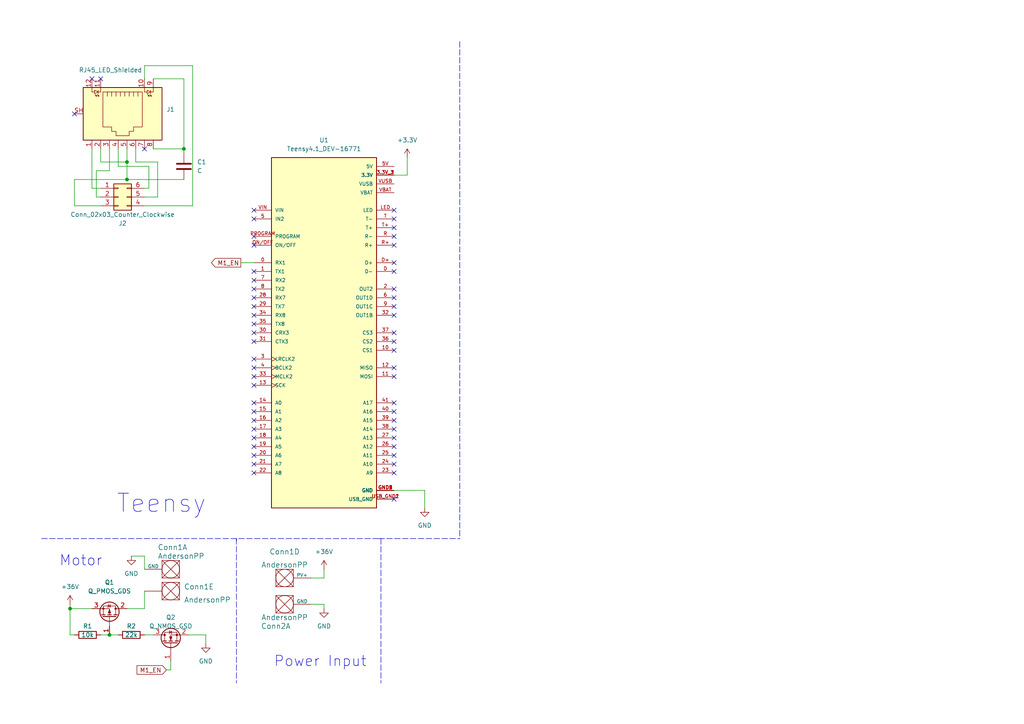
<source format=kicad_sch>
(kicad_sch (version 20211123) (generator eeschema)
  (paper "A4")
  (lib_symbols
    (symbol "Connector:RJ45_LED_Shielded" (pin_names (offset 1.016))
      (property "Reference" "J" (at -5.08 13.97 0))
      (property "Value" "RJ45_LED_Shielded" (at 1.27 13.97 0))
      (symbol "RJ45_LED_Shielded_0_1"
        (polyline (pts (xy -7.62 -7.62) (xy -6.35 -7.62)))
        (polyline (pts (xy -7.62 -5.08) (xy -6.35 -5.08)))
        (polyline (pts (xy -7.62 7.62) (xy -6.35 7.62)))
        (polyline (pts (xy -7.62 10.16) (xy -6.35 10.16)))
        (polyline (pts (xy -6.858 -5.842) (xy -5.842 -5.842)))
        (polyline (pts (xy -6.858 9.398) (xy -5.842 9.398)))
        (polyline (pts (xy -6.35 -7.62) (xy -6.35 -6.858)))
        (polyline (pts (xy -6.35 -5.08) (xy -6.35 -5.842)))
        (polyline (pts (xy -6.35 7.62) (xy -6.35 8.382)))
        (polyline (pts (xy -6.35 10.16) (xy -6.35 9.398)))
        (polyline (pts (xy -5.08 -6.223) (xy -5.207 -6.604)))
        (polyline (pts (xy -5.08 -5.588) (xy -5.207 -5.969)))
        (polyline (pts (xy -5.08 4.445) (xy -6.35 4.445)))
        (polyline (pts (xy -5.08 5.715) (xy -6.35 5.715)))
        (polyline (pts (xy -5.08 9.017) (xy -5.207 8.636)))
        (polyline (pts (xy -5.08 9.652) (xy -5.207 9.271)))
        (polyline (pts (xy -6.35 -3.175) (xy -5.08 -3.175) (xy -5.08 -3.175)))
        (polyline (pts (xy -6.35 -1.905) (xy -5.08 -1.905) (xy -5.08 -1.905)))
        (polyline (pts (xy -6.35 -0.635) (xy -5.08 -0.635) (xy -5.08 -0.635)))
        (polyline (pts (xy -6.35 0.635) (xy -5.08 0.635) (xy -5.08 0.635)))
        (polyline (pts (xy -6.35 1.905) (xy -5.08 1.905) (xy -5.08 1.905)))
        (polyline (pts (xy -5.588 -6.731) (xy -5.08 -6.223) (xy -5.461 -6.35)))
        (polyline (pts (xy -5.588 -6.096) (xy -5.08 -5.588) (xy -5.461 -5.715)))
        (polyline (pts (xy -5.588 8.509) (xy -5.08 9.017) (xy -5.461 8.89)))
        (polyline (pts (xy -5.588 9.144) (xy -5.08 9.652) (xy -5.461 9.525)))
        (polyline (pts (xy -5.08 3.175) (xy -6.35 3.175) (xy -6.35 3.175)))
        (polyline (pts (xy -6.35 -5.842) (xy -6.858 -6.858) (xy -5.842 -6.858) (xy -6.35 -5.842)))
        (polyline (pts (xy -6.35 9.398) (xy -6.858 8.382) (xy -5.842 8.382) (xy -6.35 9.398)))
        (polyline (pts (xy -6.35 -4.445) (xy -6.35 6.985) (xy 3.81 6.985) (xy 3.81 4.445) (xy 5.08 4.445) (xy 5.08 3.175) (xy 6.35 3.175) (xy 6.35 -0.635) (xy 5.08 -0.635) (xy 5.08 -1.905) (xy 3.81 -1.905) (xy 3.81 -4.445) (xy -6.35 -4.445) (xy -6.35 -4.445)))
        (rectangle (start 7.62 12.7) (end -7.62 -10.16) (stroke (width 0.254)) (fill (type background)))
      )
      (symbol "RJ45_LED_Shielded_1_1"
        (pin passive line (at 10.16 -7.62 180) (length 2.54) (name "~") (number "1"))
        (pin passive line (at -10.16 7.62 0) (length 2.54) (name "~") (number "10"))
        (pin passive line (at -10.16 -5.08 0) (length 2.54) (name "~") (number "11"))
        (pin passive line (at -10.16 -7.62 0) (length 2.54) (name "~") (number "12"))
        (pin passive line (at 10.16 -5.08 180) (length 2.54) (name "~") (number "2"))
        (pin passive line (at 10.16 -2.54 180) (length 2.54) (name "~") (number "3"))
        (pin passive line (at 10.16 0 180) (length 2.54) (name "~") (number "4"))
        (pin passive line (at 10.16 2.54 180) (length 2.54) (name "~") (number "5"))
        (pin passive line (at 10.16 5.08 180) (length 2.54) (name "~") (number "6"))
        (pin passive line (at 10.16 7.62 180) (length 2.54) (name "~") (number "7"))
        (pin passive line (at 10.16 10.16 180) (length 2.54) (name "~") (number "8"))
        (pin passive line (at -10.16 10.16 0) (length 2.54) (name "~") (number "9"))
        (pin passive line (at 0 -12.7 90) (length 2.54) (name "~") (number "SH"))
      )
    )
    (symbol "Connector_Generic:Conn_02x03_Counter_Clockwise" (pin_names (offset 1.016) hide)
      (property "Reference" "J" (at 1.27 5.08 0))
      (property "Value" "Conn_02x03_Counter_Clockwise" (at 1.27 -5.08 0))
      (symbol "Conn_02x03_Counter_Clockwise_1_1"
        (rectangle (start -1.27 -2.413) (end 0 -2.667) (stroke (width 0.1524)))
        (rectangle (start -1.27 0.127) (end 0 -0.127) (stroke (width 0.1524)))
        (rectangle (start -1.27 2.667) (end 0 2.413) (stroke (width 0.1524)))
        (rectangle (start -1.27 3.81) (end 3.81 -3.81) (stroke (width 0.254)) (fill (type background)))
        (rectangle (start 3.81 -2.413) (end 2.54 -2.667) (stroke (width 0.1524)))
        (rectangle (start 3.81 0.127) (end 2.54 -0.127) (stroke (width 0.1524)))
        (rectangle (start 3.81 2.667) (end 2.54 2.413) (stroke (width 0.1524)))
        (pin passive line (at -5.08 2.54 0) (length 3.81) (name "Pin_1") (number "1"))
        (pin passive line (at -5.08 0 0) (length 3.81) (name "Pin_2") (number "2"))
        (pin passive line (at -5.08 -2.54 0) (length 3.81) (name "Pin_3") (number "3"))
        (pin passive line (at 7.62 -2.54 180) (length 3.81) (name "Pin_4") (number "4"))
        (pin passive line (at 7.62 0 180) (length 3.81) (name "Pin_5") (number "5"))
        (pin passive line (at 7.62 2.54 180) (length 3.81) (name "Pin_6") (number "6"))
      )
    )
    (symbol "Device:C" (pin_numbers hide) (pin_names (offset 0.254))
      (property "Reference" "C" (at 0.635 2.54 0))
      (property "Value" "C" (at 0.635 -2.54 0))
      (symbol "C_0_1"
        (polyline (pts (xy -2.032 -0.762) (xy 2.032 -0.762)) (stroke (width 0.508)))
        (polyline (pts (xy -2.032 0.762) (xy 2.032 0.762)) (stroke (width 0.508)))
      )
      (symbol "C_1_1"
        (pin passive line (at 0 3.81 270) (length 2.794) (name "~") (number "1"))
        (pin passive line (at 0 -3.81 90) (length 2.794) (name "~") (number "2"))
      )
    )
    (symbol "Device:Q_NMOS_GSD" (pin_names (offset 0) hide)
      (property "Reference" "Q" (at 5.08 1.27 0))
      (property "Value" "Q_NMOS_GSD" (at 5.08 -1.27 0))
      (symbol "Q_NMOS_GSD_0_1"
        (polyline (pts (xy 0.254 0) (xy -2.54 0)))
        (polyline (pts (xy 0.254 1.905) (xy 0.254 -1.905)) (stroke (width 0.254)))
        (polyline (pts (xy 0.762 -1.27) (xy 0.762 -2.286)) (stroke (width 0.254)))
        (polyline (pts (xy 0.762 0.508) (xy 0.762 -0.508)) (stroke (width 0.254)))
        (polyline (pts (xy 0.762 2.286) (xy 0.762 1.27)) (stroke (width 0.254)))
        (polyline (pts (xy 2.54 2.54) (xy 2.54 1.778)))
        (polyline (pts (xy 2.54 -2.54) (xy 2.54 0) (xy 0.762 0)))
        (polyline (pts (xy 0.762 -1.778) (xy 3.302 -1.778) (xy 3.302 1.778) (xy 0.762 1.778)))
        (polyline (pts (xy 1.016 0) (xy 2.032 0.381) (xy 2.032 -0.381) (xy 1.016 0)) (fill (type outline)))
        (polyline (pts (xy 2.794 0.508) (xy 2.921 0.381) (xy 3.683 0.381) (xy 3.81 0.254)))
        (polyline (pts (xy 3.302 0.381) (xy 2.921 -0.254) (xy 3.683 -0.254) (xy 3.302 0.381)))
        (circle (center 1.651 0) (radius 2.794) (stroke (width 0.254)))
        (circle (center 2.54 -1.778) (radius 0.254) (fill (type outline)))
        (circle (center 2.54 1.778) (radius 0.254) (fill (type outline)))
      )
      (symbol "Q_NMOS_GSD_1_1"
        (pin input line (at -5.08 0 0) (length 2.54) (name "G") (number "1"))
        (pin passive line (at 2.54 -5.08 90) (length 2.54) (name "S") (number "2"))
        (pin passive line (at 2.54 5.08 270) (length 2.54) (name "D") (number "3"))
      )
    )
    (symbol "Device:Q_PMOS_GDS" (pin_names (offset 0) hide)
      (property "Reference" "Q" (at 5.08 1.27 0))
      (property "Value" "Q_PMOS_GDS" (at 5.08 -1.27 0))
      (symbol "Q_PMOS_GDS_0_1"
        (polyline (pts (xy 0.254 0) (xy -2.54 0)))
        (polyline (pts (xy 0.254 1.905) (xy 0.254 -1.905)) (stroke (width 0.254)))
        (polyline (pts (xy 0.762 -1.27) (xy 0.762 -2.286)) (stroke (width 0.254)))
        (polyline (pts (xy 0.762 0.508) (xy 0.762 -0.508)) (stroke (width 0.254)))
        (polyline (pts (xy 0.762 2.286) (xy 0.762 1.27)) (stroke (width 0.254)))
        (polyline (pts (xy 2.54 2.54) (xy 2.54 1.778)))
        (polyline (pts (xy 2.54 -2.54) (xy 2.54 0) (xy 0.762 0)))
        (polyline (pts (xy 0.762 1.778) (xy 3.302 1.778) (xy 3.302 -1.778) (xy 0.762 -1.778)))
        (polyline (pts (xy 2.286 0) (xy 1.27 0.381) (xy 1.27 -0.381) (xy 2.286 0)) (fill (type outline)))
        (polyline (pts (xy 2.794 -0.508) (xy 2.921 -0.381) (xy 3.683 -0.381) (xy 3.81 -0.254)))
        (polyline (pts (xy 3.302 -0.381) (xy 2.921 0.254) (xy 3.683 0.254) (xy 3.302 -0.381)))
        (circle (center 1.651 0) (radius 2.794) (stroke (width 0.254)))
        (circle (center 2.54 -1.778) (radius 0.254) (fill (type outline)))
        (circle (center 2.54 1.778) (radius 0.254) (fill (type outline)))
      )
      (symbol "Q_PMOS_GDS_1_1"
        (pin input line (at -5.08 0 0) (length 2.54) (name "G") (number "1"))
        (pin passive line (at 2.54 5.08 270) (length 2.54) (name "D") (number "2"))
        (pin passive line (at 2.54 -5.08 90) (length 2.54) (name "S") (number "3"))
      )
    )
    (symbol "Device:R" (pin_numbers hide) (pin_names (offset 0))
      (property "Reference" "R" (at 2.032 0 90))
      (property "Value" "R" (at 0 0 90))
      (symbol "R_0_1"
        (rectangle (start -1.016 -2.54) (end 1.016 2.54) (stroke (width 0.254)))
      )
      (symbol "R_1_1"
        (pin passive line (at 0 3.81 270) (length 1.27) (name "~") (number "1"))
        (pin passive line (at 0 -3.81 90) (length 1.27) (name "~") (number "2"))
      )
    )
    (symbol "MRDT_Connectors:AndersonPP" (pin_numbers hide) (pin_names (offset 0))
      (property "Reference" "Conn" (at 3.81 -1.27 0))
      (property "Value" "AndersonPP" (at 2.54 6.35 0))
      (symbol "AndersonPP_0_1"
        (polyline (pts (xy 0 5.08) (xy 5.08 0)))
        (polyline (pts (xy 5.08 5.08) (xy 0 0)))
        (rectangle (start 0 0) (end 5.08 5.08))
        (circle (center 2.54 2.54) (radius 2.54))
      )
      (symbol "AndersonPP_1_1"
        (pin input line (at 10.16 2.54 180) (length 5.08) (name "GND") (number "1"))
      )
      (symbol "AndersonPP_2_1"
        (pin input line (at 10.16 2.54 180) (length 5.08) (name "V+Log") (number "2"))
      )
      (symbol "AndersonPP_3_1"
        (pin input line (at 10.16 2.54 180) (length 5.08) (name "V+Act") (number "3"))
      )
      (symbol "AndersonPP_4_1"
        (pin input line (at 10.16 2.54 180) (length 5.08) (name "PV+") (number "4"))
      )
      (symbol "AndersonPP_5_1"
        (pin input line (at 10.16 2.54 180) (length 5.08) (name "~") (number "1"))
      )
    )
    (symbol "MRDT_Shields:Teensy4.1_DEV-16771" (pin_names (offset 1.016))
      (property "Reference" "U" (at -15.24 52.07 0))
      (property "Value" "Teensy4.1_DEV-16771" (at -15.24 -53.34 0))
      (symbol "Teensy4.1_DEV-16771_0_0"
        (rectangle (start -15.24 -50.8) (end 15.24 50.8) (stroke (width 0.254)) (fill (type background)))
        (pin bidirectional line (at -20.32 20.32 0) (length 5.08) (name "RX1") (number "0"))
        (pin bidirectional line (at -20.32 17.78 0) (length 5.08) (name "TX1") (number "1"))
        (pin bidirectional line (at 20.32 -5.08 180) (length 5.08) (name "CS1") (number "10"))
        (pin bidirectional line (at 20.32 -12.7 180) (length 5.08) (name "MOSI") (number "11"))
        (pin bidirectional line (at 20.32 -10.16 180) (length 5.08) (name "MISO") (number "12"))
        (pin bidirectional clock (at -20.32 -15.24 0) (length 5.08) (name "SCK") (number "13"))
        (pin bidirectional line (at -20.32 -20.32 0) (length 5.08) (name "A0") (number "14"))
        (pin bidirectional line (at -20.32 -22.86 0) (length 5.08) (name "A1") (number "15"))
        (pin bidirectional line (at -20.32 -25.4 0) (length 5.08) (name "A2") (number "16"))
        (pin bidirectional line (at -20.32 -27.94 0) (length 5.08) (name "A3") (number "17"))
        (pin bidirectional line (at -20.32 -30.48 0) (length 5.08) (name "A4") (number "18"))
        (pin bidirectional line (at -20.32 -33.02 0) (length 5.08) (name "A5") (number "19"))
        (pin output line (at 20.32 12.7 180) (length 5.08) (name "OUT2") (number "2"))
        (pin bidirectional line (at -20.32 -35.56 0) (length 5.08) (name "A6") (number "20"))
        (pin bidirectional line (at -20.32 -38.1 0) (length 5.08) (name "A7") (number "21"))
        (pin bidirectional line (at -20.32 -40.64 0) (length 5.08) (name "A8") (number "22"))
        (pin bidirectional line (at 20.32 -40.64 180) (length 5.08) (name "A9") (number "23"))
        (pin bidirectional line (at 20.32 -38.1 180) (length 5.08) (name "A10") (number "24"))
        (pin bidirectional line (at 20.32 -35.56 180) (length 5.08) (name "A11") (number "25"))
        (pin bidirectional line (at 20.32 -33.02 180) (length 5.08) (name "A12") (number "26"))
        (pin bidirectional line (at 20.32 -30.48 180) (length 5.08) (name "A13") (number "27"))
        (pin bidirectional line (at -20.32 10.16 0) (length 5.08) (name "RX7") (number "28"))
        (pin bidirectional line (at -20.32 7.62 0) (length 5.08) (name "TX7") (number "29"))
        (pin bidirectional clock (at -20.32 -7.62 0) (length 5.08) (name "LRCLK2") (number "3"))
        (pin power_in line (at 20.32 45.72 180) (length 5.08) (name "3.3V") (number "3.3V_1"))
        (pin power_in line (at 20.32 45.72 180) (length 5.08) (name "3.3V") (number "3.3V_2"))
        (pin power_in line (at 20.32 45.72 180) (length 5.08) (name "3.3V") (number "3.3V_3"))
        (pin bidirectional line (at -20.32 0 0) (length 5.08) (name "CRX3") (number "30"))
        (pin bidirectional line (at -20.32 -2.54 0) (length 5.08) (name "CTX3") (number "31"))
        (pin output line (at 20.32 5.08 180) (length 5.08) (name "OUT1B") (number "32"))
        (pin bidirectional clock (at -20.32 -12.7 0) (length 5.08) (name "MCLK2") (number "33"))
        (pin bidirectional line (at -20.32 5.08 0) (length 5.08) (name "RX8") (number "34"))
        (pin bidirectional line (at -20.32 2.54 0) (length 5.08) (name "TX8") (number "35"))
        (pin bidirectional line (at 20.32 -2.54 180) (length 5.08) (name "CS2") (number "36"))
        (pin bidirectional line (at 20.32 0 180) (length 5.08) (name "CS3") (number "37"))
        (pin bidirectional line (at 20.32 -27.94 180) (length 5.08) (name "A14") (number "38"))
        (pin bidirectional line (at 20.32 -25.4 180) (length 5.08) (name "A15") (number "39"))
        (pin bidirectional clock (at -20.32 -10.16 0) (length 5.08) (name "BCLK2") (number "4"))
        (pin bidirectional line (at 20.32 -22.86 180) (length 5.08) (name "A16") (number "40"))
        (pin bidirectional line (at 20.32 -20.32 180) (length 5.08) (name "A17") (number "41"))
        (pin bidirectional line (at -20.32 33.02 0) (length 5.08) (name "IN2") (number "5"))
        (pin power_in line (at 20.32 48.26 180) (length 5.08) (name "5V") (number "5V"))
        (pin output line (at 20.32 10.16 180) (length 5.08) (name "OUT1D") (number "6"))
        (pin bidirectional line (at -20.32 15.24 0) (length 5.08) (name "RX2") (number "7"))
        (pin bidirectional line (at -20.32 12.7 0) (length 5.08) (name "TX2") (number "8"))
        (pin output line (at 20.32 7.62 180) (length 5.08) (name "OUT1C") (number "9"))
        (pin bidirectional line (at 20.32 17.78 180) (length 5.08) (name "D-") (number "D"))
        (pin bidirectional line (at 20.32 20.32 180) (length 5.08) (name "D+") (number "D+"))
        (pin power_in line (at 20.32 -45.72 180) (length 5.08) (name "GND") (number "GND1"))
        (pin power_in line (at 20.32 -45.72 180) (length 5.08) (name "GND") (number "GND2"))
        (pin power_in line (at 20.32 -45.72 180) (length 5.08) (name "GND") (number "GND3"))
        (pin power_in line (at 20.32 -45.72 180) (length 5.08) (name "GND") (number "GND4"))
        (pin power_in line (at 20.32 -45.72 180) (length 5.08) (name "GND") (number "GND5"))
        (pin bidirectional line (at 20.32 35.56 180) (length 5.08) (name "LED") (number "LED"))
        (pin bidirectional line (at -20.32 25.4 0) (length 5.08) (name "ON/OFF") (number "ON/OFF"))
        (pin bidirectional line (at -20.32 27.94 0) (length 5.08) (name "PROGRAM") (number "PROGRAM"))
        (pin bidirectional line (at 20.32 27.94 180) (length 5.08) (name "R-") (number "R"))
        (pin bidirectional line (at 20.32 25.4 180) (length 5.08) (name "R+") (number "R+"))
        (pin bidirectional line (at 20.32 33.02 180) (length 5.08) (name "T-") (number "T"))
        (pin bidirectional line (at 20.32 30.48 180) (length 5.08) (name "T+") (number "T+"))
        (pin power_in line (at 20.32 -48.26 180) (length 5.08) (name "USB_GND") (number "USB_GND1"))
        (pin power_in line (at 20.32 -48.26 180) (length 5.08) (name "USB_GND") (number "USB_GND2"))
        (pin passive line (at 20.32 40.64 180) (length 5.08) (name "VBAT") (number "VBAT"))
        (pin input line (at -20.32 35.56 0) (length 5.08) (name "VIN") (number "VIN"))
        (pin passive line (at 20.32 43.18 180) (length 5.08) (name "VUSB") (number "VUSB"))
      )
    )
    (symbol "power:+3.3V" (power) (pin_names (offset 0))
      (property "Value" "+3.3V" (at 0 3.556 0))
      (symbol "+3.3V_0_1"
        (polyline (pts (xy -0.762 1.27) (xy 0 2.54)))
        (polyline (pts (xy 0 0) (xy 0 2.54)))
        (polyline (pts (xy 0 2.54) (xy 0.762 1.27)))
      )
      (symbol "+3.3V_1_1"
        (pin power_in line (at 0 0 90) (length 0) hide (name "+3.3V") (number "1"))
      )
    )
    (symbol "power:+36V" (power) (pin_names (offset 0))
      (property "Value" "+36V" (at 0 3.556 0))
      (symbol "+36V_0_1"
        (polyline (pts (xy -0.762 1.27) (xy 0 2.54)))
        (polyline (pts (xy 0 0) (xy 0 2.54)))
        (polyline (pts (xy 0 2.54) (xy 0.762 1.27)))
      )
      (symbol "+36V_1_1"
        (pin power_in line (at 0 0 90) (length 0) hide (name "+36V") (number "1"))
      )
    )
    (symbol "power:GND" (power) (pin_names (offset 0))
      (property "Value" "GND" (at 0 -3.81 0))
      (symbol "GND_0_1"
        (polyline (pts (xy 0 0) (xy 0 -1.27) (xy 1.27 -1.27) (xy 0 -2.54) (xy -1.27 -1.27) (xy 0 -1.27)))
      )
      (symbol "GND_1_1"
        (pin power_in line (at 0 0 270) (length 0) hide (name "GND") (number "1"))
      )
    )
  )
  (junction (at 31.75 184.15))
  (junction (at 53.34 43.18))
  (junction (at 36.83 46.99))
  (junction (at 36.83 52.07))
  (junction (at 20.32 176.53))
  (no_connect (at 114.3 101.6))
  (no_connect (at 114.3 68.58))
  (no_connect (at 73.66 99.06))
  (no_connect (at 114.3 121.92))
  (no_connect (at 73.66 116.84))
  (no_connect (at 114.3 60.96))
  (no_connect (at 73.66 68.58))
  (no_connect (at 114.3 119.38))
  (no_connect (at 114.3 124.46))
  (no_connect (at 73.66 88.9))
  (no_connect (at 114.3 137.16))
  (no_connect (at 73.66 111.76))
  (no_connect (at 114.3 76.2))
  (no_connect (at 114.3 106.68))
  (no_connect (at 73.66 78.74))
  (no_connect (at 73.66 81.28))
  (no_connect (at 73.66 134.62))
  (no_connect (at 73.66 119.38))
  (no_connect (at 73.66 127))
  (no_connect (at 114.3 66.04))
  (no_connect (at 73.66 96.52))
  (no_connect (at 114.3 134.62))
  (no_connect (at 114.3 116.84))
  (no_connect (at 114.3 132.08))
  (no_connect (at 114.3 96.52))
  (no_connect (at 114.3 91.44))
  (no_connect (at 114.3 63.5))
  (no_connect (at 114.3 78.74))
  (no_connect (at 73.66 106.68))
  (no_connect (at 73.66 83.82))
  (no_connect (at 73.66 121.92))
  (no_connect (at 73.66 104.14))
  (no_connect (at 73.66 132.08))
  (no_connect (at 73.66 129.54))
  (no_connect (at 73.66 91.44))
  (no_connect (at 73.66 93.98))
  (no_connect (at 41.91 43.18))
  (no_connect (at 73.66 124.46))
  (no_connect (at 26.67 22.86))
  (no_connect (at 29.21 22.86))
  (no_connect (at 114.3 144.78))
  (no_connect (at 73.66 63.5))
  (no_connect (at 73.66 137.16))
  (no_connect (at 114.3 127))
  (no_connect (at 114.3 109.22))
  (no_connect (at 114.3 71.12))
  (no_connect (at 114.3 86.36))
  (no_connect (at 114.3 129.54))
  (no_connect (at 73.66 109.22))
  (no_connect (at 21.59 33.02))
  (no_connect (at 73.66 60.96))
  (no_connect (at 73.66 71.12))
  (no_connect (at 73.66 86.36))
  (no_connect (at 114.3 83.82))
  (no_connect (at 114.3 88.9))
  (no_connect (at 114.3 99.06))
  (wire (pts (xy 118.11 45.72) (xy 118.11 50.8)))
  (polyline (pts (xy 133.35 12.065) (xy 133.35 156.21)))
  (wire (pts (xy 29.21 59.69) (xy 21.59 59.69)))
  (wire (pts (xy 53.34 43.18) (xy 53.34 44.45)))
  (wire (pts (xy 41.91 59.69) (xy 55.88 59.69)))
  (wire (pts (xy 20.32 176.53) (xy 26.67 176.53)))
  (wire (pts (xy 20.32 184.15) (xy 21.59 184.15)))
  (wire (pts (xy 43.18 54.61) (xy 41.91 54.61)))
  (wire (pts (xy 21.59 59.69) (xy 21.59 52.07)))
  (wire (pts (xy 44.45 22.86) (xy 53.34 22.86)))
  (wire (pts (xy 21.59 52.07) (xy 36.83 52.07)))
  (wire (pts (xy 123.19 142.24) (xy 123.19 147.32)))
  (wire (pts (xy 43.18 48.26) (xy 43.18 54.61)))
  (wire (pts (xy 49.53 194.31) (xy 48.26 194.31)))
  (wire (pts (xy 53.34 43.18) (xy 44.45 43.18)))
  (polyline (pts (xy 68.58 156.21) (xy 68.58 156.845)))
  (wire (pts (xy 20.32 176.53) (xy 20.32 184.15)))
  (wire (pts (xy 41.91 165.1) (xy 41.91 161.29)))
  (wire (pts (xy 29.21 57.15) (xy 27.94 57.15)))
  (polyline (pts (xy 68.58 156.21) (xy 68.58 198.12)))
  (wire (pts (xy 36.83 43.18) (xy 36.83 46.99)))
  (wire (pts (xy 38.1 161.29) (xy 41.91 161.29)))
  (wire (pts (xy 29.21 43.18) (xy 29.21 46.99)))
  (wire (pts (xy 49.53 191.77) (xy 49.53 194.31)))
  (wire (pts (xy 45.72 57.15) (xy 45.72 46.99)))
  (wire (pts (xy 29.21 184.15) (xy 31.75 184.15)))
  (wire (pts (xy 53.34 22.86) (xy 53.34 43.18)))
  (wire (pts (xy 29.21 46.99) (xy 36.83 46.99)))
  (wire (pts (xy 114.3 142.24) (xy 123.19 142.24)))
  (wire (pts (xy 69.85 76.2) (xy 73.66 76.2)))
  (wire (pts (xy 59.69 184.15) (xy 59.69 186.69)))
  (wire (pts (xy 39.37 46.99) (xy 39.37 43.18)))
  (wire (pts (xy 41.91 19.05) (xy 41.91 22.86)))
  (wire (pts (xy 20.32 175.26) (xy 20.32 176.53)))
  (wire (pts (xy 55.88 59.69) (xy 55.88 19.05)))
  (wire (pts (xy 34.29 43.18) (xy 34.29 48.26)))
  (polyline (pts (xy 110.49 156.21) (xy 110.49 198.12)))
  (wire (pts (xy 26.67 54.61) (xy 29.21 54.61)))
  (wire (pts (xy 93.98 165.1) (xy 93.98 167.64)))
  (wire (pts (xy 41.91 184.15) (xy 44.45 184.15)))
  (wire (pts (xy 31.75 184.15) (xy 34.29 184.15)))
  (polyline (pts (xy 12.065 156.21) (xy 110.49 156.21)))
  (wire (pts (xy 27.94 49.53) (xy 31.75 49.53)))
  (wire (pts (xy 36.83 46.99) (xy 36.83 52.07)))
  (wire (pts (xy 45.72 46.99) (xy 39.37 46.99)))
  (wire (pts (xy 31.75 43.18) (xy 31.75 49.53)))
  (wire (pts (xy 114.3 50.8) (xy 118.11 50.8)))
  (wire (pts (xy 41.91 57.15) (xy 45.72 57.15)))
  (wire (pts (xy 90.17 175.26) (xy 93.98 175.26)))
  (wire (pts (xy 55.88 19.05) (xy 41.91 19.05)))
  (wire (pts (xy 34.29 48.26) (xy 43.18 48.26)))
  (wire (pts (xy 41.91 176.53) (xy 41.91 171.45)))
  (wire (pts (xy 93.98 175.26) (xy 93.98 176.53)))
  (wire (pts (xy 36.83 52.07) (xy 53.34 52.07)))
  (polyline (pts (xy 109.855 156.21) (xy 133.35 156.21)))
  (wire (pts (xy 36.83 176.53) (xy 41.91 176.53)))
  (wire (pts (xy 26.67 43.18) (xy 26.67 54.61)))
  (wire (pts (xy 90.17 167.64) (xy 93.98 167.64)))
  (wire (pts (xy 27.94 57.15) (xy 27.94 49.53)))
  (wire (pts (xy 54.61 184.15) (xy 59.69 184.15)))
  (text "Power Input" (at 79.375 193.675 0) (effects (font (size 3 3)) (justify left bottom)))
  (text "Motor" (at 17.145 164.465 0) (effects (font (size 3 3)) (justify left bottom)))
  (text "Teensy\n" (at 33.655 149.225 0) (effects (font (size 5.27 5.27)) (justify left bottom)))
  (global_label "M1_EN" (shape output) (at 69.85 76.2 180) (property "Intersheet References" "${INTERSHEET_REFS}" (effects hide)))
  (global_label "M1_EN" (shape input) (at 48.26 194.31 180) (property "Intersheet References" "${INTERSHEET_REFS}" (effects hide)))
  (symbol (lib_id "Connector_Generic:Conn_02x03_Counter_Clockwise") (at 34.29 57.15 0) (unit 1)
    (property "Reference" "J2" (at 35.56 64.77 0))
    (property "Value" "Conn_02x03_Counter_Clockwise" (at 35.56 62.23 0))
  )
  (symbol (lib_id "Device:Q_PMOS_GDS") (at 31.75 179.07 270) (mirror x) (unit 1)
    (property "Reference" "Q1" (at 31.75 168.91 90))
    (property "Value" "Q_PMOS_GDS" (at 31.75 171.45 90))
  )
  (symbol (lib_id "MRDT_Connectors:AndersonPP") (at 52.07 162.56 180) (unit 1)
    (property "Reference" "Conn1" (at 45.72 158.75 0) (effects (font (size 1.524 1.524)) (justify right)))
    (property "Value" "AndersonPP" (at 45.72 161.29 0) (effects (font (size 1.524 1.524)) (justify right)))
  )
  (symbol (lib_id "power:GND") (at 123.19 147.32 0) (unit 1)
    (property "Reference" "#PWR07" (effects hide))
    (property "Value" "GND" (at 123.19 152.4 0))
  )
  (symbol (lib_id "Device:R") (at 38.1 184.15 90) (unit 1)
    (property "Reference" "R2" (at 38.1 181.61 90))
    (property "Value" "22k" (at 38.1 184.15 90))
  )
  (symbol (lib_id "Device:C") (at 53.34 48.26 0) (unit 1)
    (property "Reference" "C1" (at 57.15 46.9899 0) (effects (justify left)))
    (property "Value" "C" (at 57.15 49.5299 0) (effects (justify left)))
  )
  (symbol (lib_id "Device:R") (at 25.4 184.15 90) (unit 1)
    (property "Reference" "R1" (at 25.4 181.61 90))
    (property "Value" "10k" (at 25.4 184.15 90))
  )
  (symbol (lib_id "power:+3.3V") (at 118.11 45.72 0) (unit 1)
    (property "Reference" "#PWR06" (effects hide))
    (property "Value" "+3.3V" (at 118.11 40.64 0))
  )
  (symbol (lib_id "MRDT_Connectors:AndersonPP") (at 52.07 168.91 180) (unit 5)
    (property "Reference" "Conn1" (at 53.34 170.18 0) (effects (font (size 1.524 1.524)) (justify right)))
    (property "Value" "AndersonPP" (at 53.34 173.99 0) (effects (font (size 1.524 1.524)) (justify right)))
  )
  (symbol (lib_id "power:GND") (at 59.69 186.69 0) (unit 1)
    (property "Reference" "#PWR03" (effects hide))
    (property "Value" "GND" (at 59.69 191.77 0))
  )
  (symbol (lib_id "MRDT_Connectors:AndersonPP") (at 80.01 170.18 0) (unit 4)
    (property "Reference" "Conn1" (at 82.55 160.02 0) (effects (font (size 1.524 1.524))))
    (property "Value" "AndersonPP" (at 82.55 163.83 0) (effects (font (size 1.524 1.524))))
  )
  (symbol (lib_id "Connector:RJ45_LED_Shielded") (at 34.29 33.02 270) (unit 1)
    (property "Reference" "J1" (at 48.26 31.7499 90) (effects (justify left)))
    (property "Value" "RJ45_LED_Shielded" (at 22.86 20.32 90) (effects (justify left)))
  )
  (symbol (lib_id "power:+36V") (at 20.32 175.26 0) (unit 1)
    (property "Reference" "#PWR01" (effects hide))
    (property "Value" "+36V" (at 20.32 170.18 0))
  )
  (symbol (lib_id "power:+36V") (at 93.98 165.1 0) (unit 1)
    (property "Reference" "#PWR04" (effects hide))
    (property "Value" "+36V" (at 93.98 160.02 0))
  )
  (symbol (lib_id "Device:Q_NMOS_GSD") (at 49.53 186.69 90) (unit 1)
    (property "Reference" "Q2" (at 49.53 179.07 90))
    (property "Value" "Q_NMOS_GSD" (at 49.53 181.61 90))
  )
  (symbol (lib_id "MRDT_Shields:Teensy4.1_DEV-16771") (at 93.98 96.52 0) (unit 1)
    (property "Reference" "U1" (at 93.98 40.64 0))
    (property "Value" "Teensy4.1_DEV-16771" (at 93.98 43.18 0))
    (property "Footprint" "MODULE_DEV-16771" (effects hide))
    (property "STANDARD" "Manufacturer recommendations" (effects hide))
    (property "MAXIMUM_PACKAGE_HEIGHT" "4.07mm" (effects hide))
    (property "MANUFACTURER" "SparkFun Electronics" (effects hide))
    (property "PARTREV" "4.1" (effects hide))
  )
  (symbol (lib_id "MRDT_Connectors:AndersonPP") (at 80.01 177.8 0) (unit 1)
    (property "Reference" "Conn2" (at 80.01 181.61 0) (effects (font (size 1.524 1.524))))
    (property "Value" "AndersonPP" (at 82.55 179.07 0) (effects (font (size 1.524 1.524))))
  )
  (symbol (lib_id "power:GND") (at 38.1 161.29 0) (unit 1)
    (property "Reference" "#PWR02" (effects hide))
    (property "Value" "GND" (at 38.1 166.37 0))
  )
  (symbol (lib_id "power:GND") (at 93.98 176.53 0) (unit 1)
    (property "Reference" "#PWR05" (effects hide))
    (property "Value" "GND" (at 93.98 181.61 0))
  )
)
</source>
